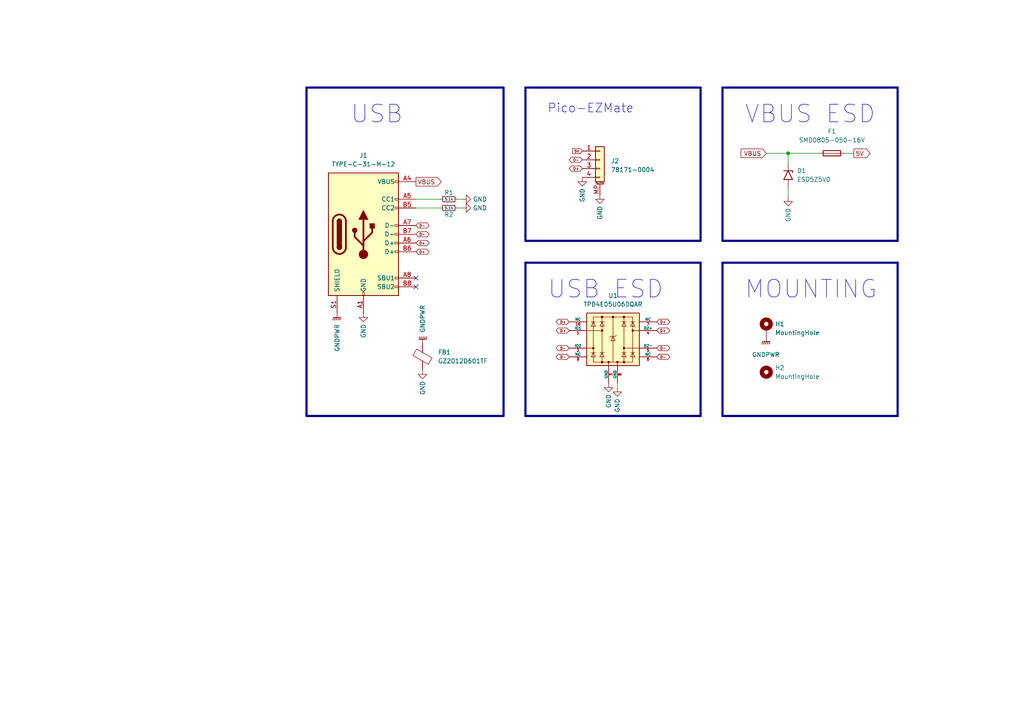
<source format=kicad_sch>
(kicad_sch (version 20211123) (generator eeschema)
  (paper "A4")
  (title_block (title "Unified Daughterboard UDB-S1") (date "2022-09-16") (rev "V1.0.0"))
  (lib_symbols
    (symbol "Connector:USB_C_Receptacle_USB2.0" (pin_names (offset 1.016))
      (property "Reference" "J" (at -10.16 19.05 0))
      (property "Value" "USB_C_Receptacle_USB2.0" (at 19.05 19.05 0))
      (symbol "USB_C_Receptacle_USB2.0_0_0"
        (rectangle (start -0.254 -17.78) (end 0.254 -16.764))
        (rectangle (start 10.16 -14.986) (end 9.144 -15.494))
        (rectangle (start 10.16 -12.446) (end 9.144 -12.954))
        (rectangle (start 10.16 -4.826) (end 9.144 -5.334))
        (rectangle (start 10.16 -2.286) (end 9.144 -2.794))
        (rectangle (start 10.16 0.254) (end 9.144 -0.254))
        (rectangle (start 10.16 2.794) (end 9.144 2.286))
        (rectangle (start 10.16 7.874) (end 9.144 7.366))
        (rectangle (start 10.16 10.414) (end 9.144 9.906))
        (rectangle (start 10.16 15.494) (end 9.144 14.986))
      )
      (symbol "USB_C_Receptacle_USB2.0_0_1"
        (rectangle (start -10.16 17.78) (end 10.16 -17.78) (stroke (width 0.254)) (fill (type background)))
        (arc (start -8.89 -3.81) (mid -6.985 -5.715) (end -5.08 -3.81) (stroke (width 0.508)))
        (arc (start -7.62 -3.81) (mid -6.985 -4.445) (end -6.35 -3.81) (stroke (width 0.254)))
        (arc (start -7.62 -3.81) (mid -6.985 -4.445) (end -6.35 -3.81) (stroke (width 0.254)) (fill (type outline)))
        (rectangle (start -7.62 -3.81) (end -6.35 3.81) (stroke (width 0.254)) (fill (type outline)))
        (arc (start -6.35 3.81) (mid -6.985 4.445) (end -7.62 3.81) (stroke (width 0.254)))
        (arc (start -6.35 3.81) (mid -6.985 4.445) (end -7.62 3.81) (stroke (width 0.254)) (fill (type outline)))
        (arc (start -5.08 3.81) (mid -6.985 5.715) (end -8.89 3.81) (stroke (width 0.508)))
        (circle (center -2.54 1.143) (radius 0.635) (stroke (width 0.254)) (fill (type outline)))
        (circle (center 0 -5.842) (radius 1.27) (fill (type outline)))
        (polyline (pts (xy -8.89 -3.81) (xy -8.89 3.81)) (stroke (width 0.508)))
        (polyline (pts (xy -5.08 3.81) (xy -5.08 -3.81)) (stroke (width 0.508)))
        (polyline (pts (xy 0 -5.842) (xy 0 4.318)) (stroke (width 0.508)))
        (polyline (pts (xy 0 -3.302) (xy -2.54 -0.762) (xy -2.54 0.508)) (stroke (width 0.508)))
        (polyline (pts (xy 0 -2.032) (xy 2.54 0.508) (xy 2.54 1.778)) (stroke (width 0.508)))
        (polyline (pts (xy -1.27 4.318) (xy 0 6.858) (xy 1.27 4.318) (xy -1.27 4.318)) (stroke (width 0.254)) (fill (type outline)))
        (rectangle (start 1.905 1.778) (end 3.175 3.048) (stroke (width 0.254)) (fill (type outline)))
      )
      (symbol "USB_C_Receptacle_USB2.0_1_1"
        (pin passive line (at 0 -22.86 90) (length 5.08) (name "GND") (number "A1"))
        (pin passive line (at 0 -22.86 90) (length 5.08) hide (name "GND") (number "A12"))
        (pin passive line (at 15.24 15.24 180) (length 5.08) (name "VBUS") (number "A4"))
        (pin bidirectional line (at 15.24 10.16 180) (length 5.08) (name "CC1") (number "A5"))
        (pin bidirectional line (at 15.24 -2.54 180) (length 5.08) (name "D+") (number "A6"))
        (pin bidirectional line (at 15.24 2.54 180) (length 5.08) (name "D-") (number "A7"))
        (pin bidirectional line (at 15.24 -12.7 180) (length 5.08) (name "SBU1") (number "A8"))
        (pin passive line (at 15.24 15.24 180) (length 5.08) hide (name "VBUS") (number "A9"))
        (pin passive line (at 0 -22.86 90) (length 5.08) hide (name "GND") (number "B1"))
        (pin passive line (at 0 -22.86 90) (length 5.08) hide (name "GND") (number "B12"))
        (pin passive line (at 15.24 15.24 180) (length 5.08) hide (name "VBUS") (number "B4"))
        (pin bidirectional line (at 15.24 7.62 180) (length 5.08) (name "CC2") (number "B5"))
        (pin bidirectional line (at 15.24 -5.08 180) (length 5.08) (name "D+") (number "B6"))
        (pin bidirectional line (at 15.24 0 180) (length 5.08) (name "D-") (number "B7"))
        (pin bidirectional line (at 15.24 -15.24 180) (length 5.08) (name "SBU2") (number "B8"))
        (pin passive line (at 15.24 15.24 180) (length 5.08) hide (name "VBUS") (number "B9"))
        (pin passive line (at -7.62 -22.86 90) (length 5.08) (name "SHIELD") (number "S1"))
      )
    )
    (symbol "Connector_Generic_MountingPin:Conn_01x04_MountingPin" (pin_names (offset 1.016) hide)
      (property "Reference" "J" (at 0 5.08 0))
      (property "Value" "Conn_01x04_MountingPin" (at 1.27 -7.62 0))
      (symbol "Conn_01x04_MountingPin_1_1"
        (rectangle (start -1.27 -4.953) (end 0 -5.207) (stroke (width 0.1524)))
        (rectangle (start -1.27 -2.413) (end 0 -2.667) (stroke (width 0.1524)))
        (rectangle (start -1.27 0.127) (end 0 -0.127) (stroke (width 0.1524)))
        (rectangle (start -1.27 2.667) (end 0 2.413) (stroke (width 0.1524)))
        (rectangle (start -1.27 3.81) (end 1.27 -6.35) (stroke (width 0.254)) (fill (type background)))
        (polyline (pts (xy -1.016 -7.112) (xy 1.016 -7.112)) (stroke (width 0.1524)))
        (text "Mounting" (at 0 -6.731 0) (effects (font (size 0.381 0.381))))
        (pin passive line (at -5.08 2.54 0) (length 3.81) (name "Pin_1") (number "1"))
        (pin passive line (at -5.08 0 0) (length 3.81) (name "Pin_2") (number "2"))
        (pin passive line (at -5.08 -2.54 0) (length 3.81) (name "Pin_3") (number "3"))
        (pin passive line (at -5.08 -5.08 0) (length 3.81) (name "Pin_4") (number "4"))
        (pin passive line (at 0 -10.16 90) (length 3.048) (name "MountPin") (number "MP"))
      )
    )
    (symbol "Device:FerriteBead" (pin_numbers hide) (pin_names (offset 0))
      (property "Reference" "FB" (at -3.81 0.635 90))
      (property "Value" "FerriteBead" (at 3.81 0 90))
      (symbol "FerriteBead_0_1"
        (polyline (pts (xy 0 -1.27) (xy 0 -1.2192)))
        (polyline (pts (xy 0 1.27) (xy 0 1.2954)))
        (polyline (pts (xy -2.7686 0.4064) (xy -1.7018 2.2606) (xy 2.7686 -0.3048) (xy 1.6764 -2.159) (xy -2.7686 0.4064)))
      )
      (symbol "FerriteBead_1_1"
        (pin passive line (at 0 3.81 270) (length 2.54) (name "~") (number "1"))
        (pin passive line (at 0 -3.81 90) (length 2.54) (name "~") (number "2"))
      )
    )
    (symbol "Device:Fuse" (pin_numbers hide) (pin_names (offset 0))
      (property "Reference" "F" (at 2.032 0 90))
      (property "Value" "Fuse" (at -1.905 0 90))
      (symbol "Fuse_0_1"
        (rectangle (start -0.762 -2.54) (end 0.762 2.54) (stroke (width 0.254)))
        (polyline (pts (xy 0 2.54) (xy 0 -2.54)))
      )
      (symbol "Fuse_1_1"
        (pin passive line (at 0 3.81 270) (length 1.27) (name "~") (number "1"))
        (pin passive line (at 0 -3.81 90) (length 1.27) (name "~") (number "2"))
      )
    )
    (symbol "Device:R_Small" (pin_numbers hide) (pin_names (offset 0.254) hide)
      (property "Reference" "R" (at 0.762 0.508 0))
      (property "Value" "R_Small" (at 0.762 -1.016 0))
      (symbol "R_Small_0_1"
        (rectangle (start -0.762 1.778) (end 0.762 -1.778) (stroke (width 0.2032)))
      )
      (symbol "R_Small_1_1"
        (pin passive line (at 0 2.54 270) (length 0.762) (name "~") (number "1"))
        (pin passive line (at 0 -2.54 90) (length 0.762) (name "~") (number "2"))
      )
    )
    (symbol "Diode:SMF6V0A" (pin_numbers hide) (pin_names (offset 1.016) hide)
      (property "Reference" "D" (at 0 2.54 0))
      (property "Value" "SMF6V0A" (at 0 -2.54 0))
      (symbol "SMF6V0A_0_1"
        (polyline (pts (xy -0.762 1.27) (xy -1.27 1.27) (xy -1.27 -1.27)) (stroke (width 0.254)))
        (polyline (pts (xy 1.27 1.27) (xy 1.27 -1.27) (xy -1.27 0) (xy 1.27 1.27)) (stroke (width 0.254)))
      )
      (symbol "SMF6V0A_1_1"
        (pin passive line (at -3.81 0 0) (length 2.54) (name "A1") (number "1"))
        (pin passive line (at 3.81 0 180) (length 2.54) (name "A2") (number "2"))
      )
    )
    (symbol "Mechanical:MountingHole" (pin_names (offset 1.016))
      (property "Reference" "H" (at 0 5.08 0))
      (property "Value" "MountingHole" (at 0 3.175 0))
      (symbol "MountingHole_0_1"
        (circle (center 0 0) (radius 1.27) (stroke (width 1.27)))
      )
    )
    (symbol "Mechanical:MountingHole_Pad" (pin_numbers hide) (pin_names (offset 1.016) hide)
      (property "Reference" "H" (at 0 6.35 0))
      (property "Value" "MountingHole_Pad" (at 0 4.445 0))
      (symbol "MountingHole_Pad_0_1"
        (circle (center 0 1.27) (radius 1.27) (stroke (width 1.27)))
      )
      (symbol "MountingHole_Pad_1_1"
        (pin input line (at 0 -2.54 90) (length 2.54) (name "1") (number "1"))
      )
    )
    (symbol "acheron_Symbols:TPD4E05U06DQAR" (pin_names (offset 0))
      (property "Reference" "U" (at 0 12.7 0))
      (property "Value" "TPD4E05U06DQAR" (at 0 10.16 0))
      (symbol "TPD4E05U06DQAR_0_0"
        (rectangle (start -5.715 6.477) (end 5.715 -6.604))
        (polyline (pts (xy -3.175 -6.604) (xy -3.175 6.477)))
        (polyline (pts (xy 0 6.477) (xy 0 -6.604)))
        (polyline (pts (xy 3.175 6.477) (xy 3.175 -6.604)))
      )
      (symbol "TPD4E05U06DQAR_0_1"
        (rectangle (start -7.62 7.62) (end 7.62 -7.62) (stroke (width 0.254)) (fill (type background)))
        (circle (center -5.715 -2.54) (radius 0.2794) (fill (type outline)))
        (circle (center -3.175 -6.604) (radius 0.2794) (fill (type outline)))
        (circle (center -3.175 2.54) (radius 0.2794) (fill (type outline)))
        (circle (center -3.175 6.477) (radius 0.2794) (fill (type outline)))
        (circle (center -1.27 -6.604) (radius 0.2794) (fill (type outline)))
        (polyline (pts (xy -7.747 2.54) (xy -3.175 2.54)))
        (polyline (pts (xy -7.62 -2.54) (xy -5.715 -2.54)))
        (polyline (pts (xy -5.08 -3.81) (xy -6.35 -3.81)))
        (polyline (pts (xy -5.08 5.08) (xy -6.35 5.08)))
        (polyline (pts (xy -2.54 -3.81) (xy -3.81 -3.81)))
        (polyline (pts (xy -2.54 5.08) (xy -3.81 5.08)))
        (polyline (pts (xy -1.27 -6.604) (xy -1.27 -7.62)))
        (polyline (pts (xy -0.635 0.889) (xy -1.016 0.635)))
        (polyline (pts (xy 0.635 0.889) (xy -0.635 0.889)))
        (polyline (pts (xy 0.635 0.889) (xy 1.016 1.143)))
        (polyline (pts (xy 3.81 -3.81) (xy 2.54 -3.81)))
        (polyline (pts (xy 3.81 5.08) (xy 2.54 5.08)))
        (polyline (pts (xy 6.35 -3.81) (xy 5.08 -3.81)))
        (polyline (pts (xy 6.35 5.08) (xy 5.08 5.08)))
        (polyline (pts (xy 7.62 -2.54) (xy 3.175 -2.54)))
        (polyline (pts (xy 7.62 2.54) (xy 5.715 2.54)))
        (polyline (pts (xy -5.08 -5.08) (xy -6.35 -5.08) (xy -5.715 -3.81) (xy -5.08 -5.08)))
        (polyline (pts (xy -5.08 3.81) (xy -6.35 3.81) (xy -5.715 5.08) (xy -5.08 3.81)))
        (polyline (pts (xy -2.54 -5.08) (xy -3.81 -5.08) (xy -3.175 -3.81) (xy -2.54 -5.08)))
        (polyline (pts (xy -2.54 3.81) (xy -3.81 3.81) (xy -3.175 5.08) (xy -2.54 3.81)))
        (polyline (pts (xy 0.635 -0.381) (xy -0.635 -0.381) (xy 0 0.889) (xy 0.635 -0.381)))
        (polyline (pts (xy 3.81 -5.08) (xy 2.54 -5.08) (xy 3.175 -3.81) (xy 3.81 -5.08)))
        (polyline (pts (xy 3.81 3.81) (xy 2.54 3.81) (xy 3.175 5.08) (xy 3.81 3.81)))
        (polyline (pts (xy 6.35 -5.08) (xy 5.08 -5.08) (xy 5.715 -3.81) (xy 6.35 -5.08)))
        (polyline (pts (xy 6.35 3.81) (xy 5.08 3.81) (xy 5.715 5.08) (xy 6.35 3.81)))
        (circle (center 0 6.477) (radius 0.2794) (fill (type outline)))
        (circle (center 3.175 -6.604) (radius 0.2794) (fill (type outline)))
        (circle (center 3.175 -2.54) (radius 0.2794) (fill (type outline)))
        (circle (center 3.175 6.477) (radius 0.2794) (fill (type outline)))
        (circle (center 5.715 2.54) (radius 0.2794) (fill (type outline)))
      )
      (symbol "TPD4E05U06DQAR_1_1"
        (polyline (pts (xy 1.27 -6.604) (xy 1.27 -7.62)))
        (circle (center 1.27 -6.604) (radius 0.2794) (fill (type outline)))
        (pin bidirectional line (at -12.7 2.54 0) (length 5.08) (name "IO1") (number "1"))
        (pin bidirectional line (at -12.7 5.08 0) (length 5.08) (name "NC") (number "10"))
        (pin bidirectional line (at -12.7 -2.54 0) (length 5.08) (name "IO2") (number "2"))
        (pin power_in line (at -1.27 -12.7 90) (length 5.08) (name "GND") (number "3"))
        (pin bidirectional line (at 12.7 2.54 180) (length 5.08) (name "D2+") (number "4"))
        (pin bidirectional line (at 12.7 -2.54 180) (length 5.08) (name "D2-") (number "5"))
        (pin bidirectional line (at 12.7 -5.08 180) (length 5.08) (name "NC") (number "6"))
        (pin bidirectional line (at 12.7 5.08 180) (length 5.08) (name "NC") (number "7"))
        (pin power_in line (at 1.27 -12.7 90) (length 5.08) (name "GND") (number "8"))
        (pin bidirectional line (at -12.7 -5.08 0) (length 5.08) (name "NC") (number "9"))
      )
    )
    (symbol "power:GND" (power) (pin_names (offset 0))
      (property "Value" "GND" (at 0 -3.81 0))
      (symbol "GND_0_1"
        (polyline (pts (xy 0 0) (xy 0 -1.27) (xy 1.27 -1.27) (xy 0 -2.54) (xy -1.27 -1.27) (xy 0 -1.27)))
      )
      (symbol "GND_1_1"
        (pin power_in line (at 0 0 270) (length 0) hide (name "GND") (number "1"))
      )
    )
    (symbol "power:GNDPWR" (power) (pin_names (offset 0))
      (property "Value" "GNDPWR" (at 0 -3.302 0))
      (symbol "GNDPWR_0_1"
        (polyline (pts (xy 0 -1.27) (xy 0 0)))
        (polyline (pts (xy -1.016 -1.27) (xy -1.27 -2.032) (xy -1.27 -2.032)) (stroke (width 0.2032)))
        (polyline (pts (xy -0.508 -1.27) (xy -0.762 -2.032) (xy -0.762 -2.032)) (stroke (width 0.2032)))
        (polyline (pts (xy 0 -1.27) (xy -0.254 -2.032) (xy -0.254 -2.032)) (stroke (width 0.2032)))
        (polyline (pts (xy 0.508 -1.27) (xy 0.254 -2.032) (xy 0.254 -2.032)) (stroke (width 0.2032)))
        (polyline (pts (xy 1.016 -1.27) (xy -1.016 -1.27) (xy -1.016 -1.27)) (stroke (width 0.2032)))
        (polyline (pts (xy 1.016 -1.27) (xy 0.762 -2.032) (xy 0.762 -2.032) (xy 0.762 -2.032)) (stroke (width 0.2032)))
      )
      (symbol "GNDPWR_1_1"
        (pin power_in line (at 0 0 270) (length 0) hide (name "GNDPWR") (number "1"))
      )
    )
  )
  (junction (at 228.6 44.45))
  (no_connect (at 120.65 83.185))
  (no_connect (at 120.65 80.645))
  (wire (pts (xy 179.07 111.125) (xy 179.07 112.395)))
  (bus (pts (xy 146.05 25.4) (xy 146.05 120.65)) (stroke (width 0.635)))
  (bus (pts (xy 260.35 69.85) (xy 209.55 69.85)) (stroke (width 0.635)))
  (bus (pts (xy 88.9 120.65) (xy 146.05 120.65)) (stroke (width 0.635)))
  (wire (pts (xy 228.6 57.15) (xy 228.6 54.61)))
  (bus (pts (xy 209.55 76.2) (xy 209.55 120.65)) (stroke (width 0.635)))
  (bus (pts (xy 203.2 25.4) (xy 203.2 69.85)) (stroke (width 0.635)))
  (bus (pts (xy 209.55 25.4) (xy 209.55 69.85)) (stroke (width 0.635)))
  (bus (pts (xy 209.55 25.4) (xy 260.35 25.4)) (stroke (width 0.635)))
  (wire (pts (xy 120.65 57.785) (xy 127.635 57.785)))
  (wire (pts (xy 120.65 60.325) (xy 127.635 60.325)))
  (wire (pts (xy 228.6 44.45) (xy 237.49 44.45)))
  (bus (pts (xy 152.4 76.2) (xy 152.4 120.65)) (stroke (width 0.635)))
  (wire (pts (xy 228.6 46.99) (xy 228.6 44.45)))
  (bus (pts (xy 152.4 25.4) (xy 203.2 25.4)) (stroke (width 0.635)))
  (wire (pts (xy 222.25 44.45) (xy 228.6 44.45)))
  (bus (pts (xy 209.55 76.2) (xy 260.35 76.2)) (stroke (width 0.635)))
  (bus (pts (xy 88.9 25.4) (xy 146.05 25.4)) (stroke (width 0.635)))
  (bus (pts (xy 203.2 120.65) (xy 152.4 120.65)) (stroke (width 0.635)))
  (bus (pts (xy 260.35 120.65) (xy 209.55 120.65)) (stroke (width 0.635)))
  (wire (pts (xy 245.11 44.45) (xy 247.65 44.45)))
  (bus (pts (xy 260.35 25.4) (xy 260.35 69.85)) (stroke (width 0.635)))
  (wire (pts (xy 132.715 60.325) (xy 133.985 60.325)))
  (bus (pts (xy 88.9 25.4) (xy 88.9 120.65)) (stroke (width 0.635)))
  (bus (pts (xy 203.2 69.85) (xy 152.4 69.85)) (stroke (width 0.635)))
  (wire (pts (xy 132.715 57.785) (xy 133.985 57.785)))
  (bus (pts (xy 152.4 25.4) (xy 152.4 69.85)) (stroke (width 0.635)))
  (bus (pts (xy 260.35 76.2) (xy 260.35 120.65)) (stroke (width 0.635)))
  (bus (pts (xy 203.2 76.2) (xy 203.2 120.65)) (stroke (width 0.635)))
  (bus (pts (xy 152.4 76.2) (xy 203.2 76.2)) (stroke (width 0.635)))
  (text "USB ESD" (at 158.75 86.995 0) (effects (font (size 5.08 5.08)) (justify left bottom)))
  (text "VBUS ESD" (at 215.9 36.195 0) (effects (font (size 5.08 5.08)) (justify left bottom)))
  (text "USB" (at 101.6 36.195 0) (effects (font (size 5.08 5.08)) (justify left bottom)))
  (text "MOUNTING" (at 215.9 86.995 0) (effects (font (size 5.08 5.08)) (justify left bottom)))
  (text "Pico-EZMate" (at 158.75 33.02 0) (effects (font (size 2.54 2.54)) (justify left bottom)))
  (global_label "VBUS" (shape output) (at 120.65 52.705 0) (property "Intersheet References" "${INTERSHEET_REFS}" (effects hide)))
  (global_label "D+" (shape bidirectional) (at 190.5 95.885 0) (effects (font (size 0.762 0.762))) (property "Intersheet References" "${INTERSHEET_REFS}" (effects hide)))
  (global_label "D-" (shape bidirectional) (at 165.1 100.965 180) (effects (font (size 0.762 0.762))) (property "Intersheet References" "${INTERSHEET_REFS}" (effects hide)))
  (global_label "D-" (shape bidirectional) (at 190.5 100.965 0) (effects (font (size 0.762 0.762))) (property "Intersheet References" "${INTERSHEET_REFS}" (effects hide)))
  (global_label "VBUS" (shape input) (at 222.25 44.45 180) (property "Intersheet References" "${INTERSHEET_REFS}" (effects hide)))
  (global_label "D+" (shape bidirectional) (at 168.91 48.895 180) (effects (font (size 0.762 0.762))) (property "Intersheet References" "${INTERSHEET_REFS}" (effects hide)))
  (global_label "D-" (shape bidirectional) (at 120.65 67.945 0) (effects (font (size 0.762 0.762))) (property "Intersheet References" "${INTERSHEET_REFS}" (effects hide)))
  (global_label "D+" (shape bidirectional) (at 165.1 93.345 180) (effects (font (size 0.762 0.762))) (property "Intersheet References" "${INTERSHEET_REFS}" (effects hide)))
  (global_label "5V" (shape output) (at 247.65 44.45 0) (property "Intersheet References" "${INTERSHEET_REFS}" (effects hide)))
  (global_label "5V" (shape input) (at 168.91 43.815 180) (effects (font (size 0.762 0.762))) (property "Intersheet References" "${INTERSHEET_REFS}" (effects hide)))
  (global_label "D-" (shape bidirectional) (at 120.65 65.405 0) (effects (font (size 0.762 0.762))) (property "Intersheet References" "${INTERSHEET_REFS}" (effects hide)))
  (global_label "D+" (shape bidirectional) (at 120.65 70.485 0) (effects (font (size 0.762 0.762))) (property "Intersheet References" "${INTERSHEET_REFS}" (effects hide)))
  (global_label "D-" (shape bidirectional) (at 168.91 46.355 180) (effects (font (size 0.762 0.762))) (property "Intersheet References" "${INTERSHEET_REFS}" (effects hide)))
  (global_label "D+" (shape bidirectional) (at 120.65 73.025 0) (effects (font (size 0.762 0.762))) (property "Intersheet References" "${INTERSHEET_REFS}" (effects hide)))
  (global_label "D+" (shape bidirectional) (at 190.5 93.345 0) (effects (font (size 0.762 0.762))) (property "Intersheet References" "${INTERSHEET_REFS}" (effects hide)))
  (global_label "D-" (shape bidirectional) (at 165.1 103.505 180) (effects (font (size 0.762 0.762))) (property "Intersheet References" "${INTERSHEET_REFS}" (effects hide)))
  (global_label "D+" (shape bidirectional) (at 165.1 95.885 180) (effects (font (size 0.762 0.762))) (property "Intersheet References" "${INTERSHEET_REFS}" (effects hide)))
  (global_label "D-" (shape bidirectional) (at 190.5 103.505 0) (effects (font (size 0.762 0.762))) (property "Intersheet References" "${INTERSHEET_REFS}" (effects hide)))
  (symbol (lib_id "Device:Fuse") (at 241.3 44.45 90) (unit 1)
    (property "Reference" "F1" (at 241.3 38.1 90))
    (property "Value" "SMD0805-050-16V" (at 241.3 40.64 90))
    (property "Footprint" "Fuse:Fuse_1206_3216Metric" (effects hide))
    (property "Manufacturer" "TECHFUSE" (effects hide))
    (property "Manufacturer Part Number" "SMD0805-050-16V" (effects hide))
    (property "LCSC" "C2833485" (effects hide))
    (property "Package" "F0805" (effects hide))
  )
  (symbol (lib_id "power:GND") (at 133.985 57.785 90) (unit 1)
    (property "Reference" "#PWR02" (effects hide))
    (property "Value" "GND" (at 137.16 57.785 90) (effects (justify right)))
  )
  (symbol (lib_id "Mechanical:MountingHole") (at 222.25 107.95 0) (unit 1) (in_bom no)
    (property "Reference" "H2" (at 224.79 106.6799 0) (effects (justify left)))
    (property "Value" "MountingHole" (at 224.79 109.2199 0) (effects (justify left)))
    (property "Footprint" "MountingHole:MountingHole_3.2mm_M3_DIN965_Pad_TopOnly" (effects hide))
  )
  (symbol (lib_id "Mechanical:MountingHole_Pad") (at 222.25 95.25 0) (unit 1) (in_bom no)
    (property "Reference" "H1" (at 224.79 93.9799 0) (effects (justify left)))
    (property "Value" "MountingHole" (at 224.79 96.5199 0) (effects (justify left)))
    (property "Footprint" "MountingHole:MountingHole_3.2mm_M3_DIN965_Pad_TopBottom" (effects hide))
  )
  (symbol (lib_id "power:GND") (at 168.91 51.435 0) (unit 1)
    (property "Reference" "#PWR04" (effects hide))
    (property "Value" "GND" (at 168.91 54.61 90) (effects (justify right)))
  )
  (symbol (lib_id "Device:FerriteBead") (at 122.555 103.505 0) (unit 1)
    (property "Reference" "FB1" (at 127 102.1841 0) (effects (justify left)))
    (property "Value" "GZ2012D601TF" (at 127 104.7241 0) (effects (justify left)))
    (property "Footprint" "Inductor_SMD:L_0805_2012Metric" (effects hide))
    (property "Manufacturer" "Sunlord" (effects hide))
    (property "Manufacturer Part Number" "GZ2012D601TF" (effects hide))
    (property "LCSC" "C1017" (effects hide))
    (property "Package" "F0805" (effects hide))
  )
  (symbol (lib_id "power:GNDPWR") (at 97.79 90.805 0) (unit 1)
    (property "Reference" "#PWR09" (effects hide))
    (property "Value" "GNDPWR" (at 97.79 93.98 90) (effects (justify right)))
  )
  (symbol (lib_id "power:GND") (at 176.53 111.125 0) (unit 1)
    (property "Reference" "#PWR07" (effects hide))
    (property "Value" "GND" (at 176.53 114.3 90) (effects (justify right)))
  )
  (symbol (lib_id "Connector:USB_C_Receptacle_USB2.0") (at 105.41 67.945 0) (unit 1)
    (property "Reference" "J1" (at 105.41 45.085 0))
    (property "Value" "TYPE-C-31-M-12" (at 105.41 47.625 0))
    (property "Footprint" "locallib:HRO-TYPE-C-31-M-12-Assembly" (effects hide))
    (property "Datasheet" "https://www.usb.org/sites/default/files/documents/usb_type-c.zip" (effects hide))
    (property "Manufacturer" "Koren Hroparts" (effects hide))
    (property "Manufacturer Part Number" "TYPE-C-31-M-12" (effects hide))
    (property "LCSC" "C165948" (effects hide))
    (property "JLCPCB_CORRECTION" "0; -5; 0" (effects hide))
  )
  (symbol (lib_id "acheron_Symbols:TPD4E05U06DQAR") (at 177.8 98.425 0) (unit 1)
    (property "Reference" "U1" (at 177.8 85.725 0))
    (property "Value" "TPD4E05U06DQAR" (at 177.8 88.265 0))
    (property "Footprint" "acheron_Components:USON-10_2.5x1.0mm_P0.5mm" (effects hide))
    (property "Manufacturer" "MSKSEMI" (effects hide))
    (property "Package" "uSON-10" (effects hide))
    (property "Manufacturer Part Number" "TPD4E05U06DQAR" (effects hide))
    (property "LCSC" "C2836386" (effects hide))
    (property "JLCPCB_CORRECTION" "0; 0; 270" (effects hide))
  )
  (symbol (lib_id "power:GNDPWR") (at 122.555 99.695 180) (unit 1)
    (property "Reference" "#PWR011" (effects hide))
    (property "Value" "GNDPWR" (at 122.555 96.52 90) (effects (justify right)))
  )
  (symbol (lib_id "power:GND") (at 133.985 60.325 90) (unit 1)
    (property "Reference" "#PWR03" (effects hide))
    (property "Value" "GND" (at 137.16 60.325 90) (effects (justify right)))
  )
  (symbol (lib_id "Connector_Generic_MountingPin:Conn_01x04_MountingPin") (at 173.99 46.355 0) (unit 1)
    (property "Reference" "J2" (at 177.165 46.7105 0) (effects (justify left)))
    (property "Value" "78171-0004" (at 177.165 49.2505 0) (effects (justify left)))
    (property "Footprint" "locallib:PicoEZMate-Reinforced-Lite" (effects hide))
    (property "Manufacturer" "MOLEX" (effects hide))
    (property "Manufacturer Part Number" "78171-0004" (effects hide))
    (property "LCSC" "C528030" (effects hide))
    (property "JLCPCB_CORRECTION" "0; 0; 0" (effects hide))
  )
  (symbol (lib_id "power:GND") (at 105.41 90.805 0) (unit 1)
    (property "Reference" "#PWR010" (effects hide))
    (property "Value" "GND" (at 105.41 93.98 90) (effects (justify right)))
  )
  (symbol (lib_id "power:GND") (at 179.07 112.395 0) (unit 1)
    (property "Reference" "#PWR08" (effects hide))
    (property "Value" "GND" (at 179.07 115.57 90) (effects (justify right)))
  )
  (symbol (lib_id "Diode:SMF6V0A") (at 228.6 50.8 270) (unit 1)
    (property "Reference" "D1" (at 231.14 49.5299 90) (effects (justify left)))
    (property "Value" "ESD5Z5V0" (at 231.14 52.0699 90) (effects (justify left)))
    (property "Footprint" "Diode_SMD:D_SOD-523" (effects hide))
    (property "Datasheet" "https://www.vishay.com/doc?85881" (effects hide))
    (property "Manufacturer" "MDD" (effects hide))
    (property "Manufacturer Part Number" "ESD5Z5V0" (effects hide))
    (property "LCSC" "C502546" (effects hide))
    (property "Package" "SOD-523" (effects hide))
  )
  (symbol (lib_id "power:GND") (at 173.99 56.515 0) (unit 1)
    (property "Reference" "#PWR06" (effects hide))
    (property "Value" "GND" (at 173.99 59.69 90) (effects (justify right)))
  )
  (symbol (lib_id "power:GNDPWR") (at 222.25 97.79 0) (unit 1)
    (property "Reference" "#PWR01" (effects hide))
    (property "Value" "GNDPWR" (at 222.123 102.87 0))
  )
  (symbol (lib_id "Device:R_Small") (at 130.175 57.785 270) (unit 1)
    (property "Reference" "R1" (at 130.175 55.88 90))
    (property "Value" "5.1k" (at 130.175 57.785 90) (effects (font (size 0.762 0.762))))
    (property "Footprint" "Resistor_SMD:R_0402_1005Metric" (effects hide))
    (property "LCSC" "C138073" (effects hide))
  )
  (symbol (lib_id "power:GND") (at 228.6 57.15 0) (unit 1)
    (property "Reference" "#PWR05" (effects hide))
    (property "Value" "GND" (at 228.6 60.325 90) (effects (justify right)))
  )
  (symbol (lib_id "power:GND") (at 122.555 107.315 0) (unit 1)
    (property "Reference" "#PWR012" (effects hide))
    (property "Value" "GND" (at 122.555 110.49 90) (effects (justify right)))
  )
  (symbol (lib_id "Device:R_Small") (at 130.175 60.325 90) (unit 1)
    (property "Reference" "R2" (at 130.175 62.23 90))
    (property "Value" "5.1k" (at 130.175 60.325 90) (effects (font (size 0.762 0.762))))
    (property "Footprint" "Resistor_SMD:R_0402_1005Metric" (effects hide))
    (property "LCSC" "C138073" (effects hide))
  )
)
</source>
